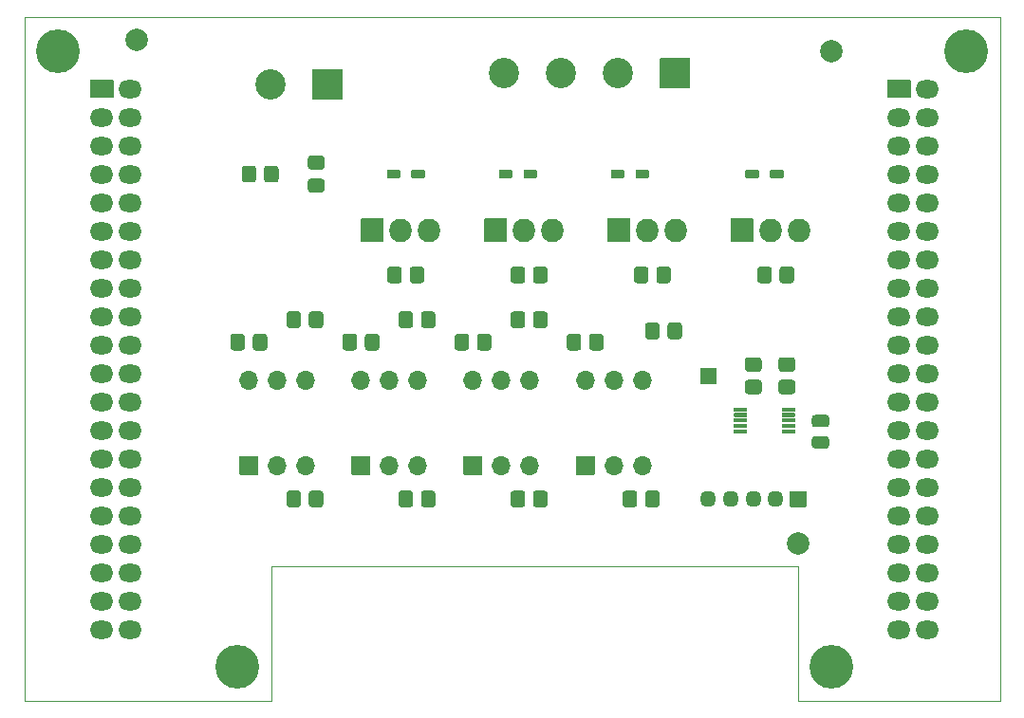
<source format=gbr>
%TF.GenerationSoftware,KiCad,Pcbnew,5.1.7-a382d34a8~87~ubuntu18.04.1*%
%TF.CreationDate,2020-10-24T22:54:41-03:00*%
%TF.ProjectId,TP-CESE,54502d43-4553-4452-9e6b-696361645f70,1*%
%TF.SameCoordinates,Original*%
%TF.FileFunction,Soldermask,Top*%
%TF.FilePolarity,Negative*%
%FSLAX46Y46*%
G04 Gerber Fmt 4.6, Leading zero omitted, Abs format (unit mm)*
G04 Created by KiCad (PCBNEW 5.1.7-a382d34a8~87~ubuntu18.04.1) date 2020-10-24 22:54:41*
%MOMM*%
%LPD*%
G01*
G04 APERTURE LIST*
%TA.AperFunction,Profile*%
%ADD10C,0.050000*%
%TD*%
%ADD11C,2.000000*%
%ADD12O,2.100000X1.624000*%
%ADD13O,1.700000X1.700000*%
%ADD14O,2.005000X2.100000*%
%ADD15C,3.900000*%
%ADD16C,2.700000*%
%ADD17O,1.450000X1.450000*%
G04 APERTURE END LIST*
D10*
X158000000Y-128000000D02*
X158000000Y-126000000D01*
X176000000Y-128000000D02*
X158000000Y-128000000D01*
X176000000Y-126000000D02*
X176000000Y-128000000D01*
X111000000Y-128000000D02*
X111000000Y-126000000D01*
X89000000Y-128000000D02*
X111000000Y-128000000D01*
X89000000Y-126000000D02*
X89000000Y-128000000D01*
X176000000Y-67000000D02*
X174000000Y-67000000D01*
X176000000Y-126000000D02*
X176000000Y-67000000D01*
X158000000Y-116000000D02*
X158000000Y-126000000D01*
X111000000Y-116000000D02*
X158000000Y-116000000D01*
X111000000Y-126000000D02*
X111000000Y-116000000D01*
X89000000Y-123000000D02*
X89000000Y-126000000D01*
X89000000Y-123000000D02*
X89000000Y-67000000D01*
X89000000Y-67000000D02*
X174000000Y-67000000D01*
D11*
%TO.C,FID3*%
X158000000Y-114000000D03*
%TD*%
%TO.C,FID2*%
X161000000Y-70000000D03*
%TD*%
%TO.C,FID1*%
X99000000Y-69000000D03*
%TD*%
%TO.C,C1*%
G36*
G01*
X159500000Y-104400000D02*
X160500000Y-104400000D01*
G75*
G02*
X160775000Y-104675000I0J-275000D01*
G01*
X160775000Y-105225000D01*
G75*
G02*
X160500000Y-105500000I-275000J0D01*
G01*
X159500000Y-105500000D01*
G75*
G02*
X159225000Y-105225000I0J275000D01*
G01*
X159225000Y-104675000D01*
G75*
G02*
X159500000Y-104400000I275000J0D01*
G01*
G37*
G36*
G01*
X159500000Y-102500000D02*
X160500000Y-102500000D01*
G75*
G02*
X160775000Y-102775000I0J-275000D01*
G01*
X160775000Y-103325000D01*
G75*
G02*
X160500000Y-103600000I-275000J0D01*
G01*
X159500000Y-103600000D01*
G75*
G02*
X159225000Y-103325000I0J275000D01*
G01*
X159225000Y-102775000D01*
G75*
G02*
X159500000Y-102500000I275000J0D01*
G01*
G37*
%TD*%
D12*
%TO.C,X1*%
X98420000Y-121660000D03*
X95880000Y-121660000D03*
X98420000Y-119120000D03*
X95880000Y-119120000D03*
X98420000Y-116580000D03*
X95880000Y-116580000D03*
X98420000Y-114040000D03*
X95880000Y-114040000D03*
X98420000Y-111500000D03*
X95880000Y-111500000D03*
X98420000Y-108960000D03*
X95880000Y-108960000D03*
X98420000Y-106420000D03*
X95880000Y-106420000D03*
X98420000Y-103880000D03*
X95880000Y-103880000D03*
X98420000Y-101340000D03*
X95880000Y-101340000D03*
X98420000Y-98800000D03*
X95880000Y-98800000D03*
X98420000Y-96260000D03*
X95880000Y-96260000D03*
X98420000Y-93720000D03*
X95880000Y-93720000D03*
X98420000Y-91180000D03*
X95880000Y-91180000D03*
X98420000Y-88640000D03*
X95880000Y-88640000D03*
X98420000Y-86100000D03*
X95880000Y-86100000D03*
X98420000Y-83560000D03*
X95880000Y-83560000D03*
X98420000Y-81020000D03*
X95880000Y-81020000D03*
X98420000Y-78480000D03*
X95880000Y-78480000D03*
X98420000Y-75940000D03*
X95880000Y-75940000D03*
X98420000Y-73400000D03*
G36*
G01*
X94880000Y-72588000D02*
X96880000Y-72588000D01*
G75*
G02*
X96930000Y-72638000I0J-50000D01*
G01*
X96930000Y-74162000D01*
G75*
G02*
X96880000Y-74212000I-50000J0D01*
G01*
X94880000Y-74212000D01*
G75*
G02*
X94830000Y-74162000I0J50000D01*
G01*
X94830000Y-72638000D01*
G75*
G02*
X94880000Y-72588000I50000J0D01*
G01*
G37*
X169540000Y-108960000D03*
X169540000Y-121660000D03*
X167000000Y-121660000D03*
X167000000Y-83560000D03*
X167000000Y-81020000D03*
X167000000Y-78480000D03*
X167000000Y-75940000D03*
X167000000Y-119120000D03*
X167000000Y-116580000D03*
X169540000Y-119120000D03*
X169540000Y-116580000D03*
X169540000Y-114040000D03*
X169540000Y-111500000D03*
X169540000Y-106420000D03*
X167000000Y-114040000D03*
X169540000Y-103880000D03*
X169540000Y-101340000D03*
X167000000Y-111500000D03*
X169540000Y-98800000D03*
X167000000Y-108960000D03*
X169540000Y-96260000D03*
X167000000Y-106420000D03*
X169540000Y-93720000D03*
X167000000Y-103880000D03*
X169540000Y-91180000D03*
X167000000Y-101340000D03*
X169540000Y-88640000D03*
X167000000Y-98800000D03*
X169540000Y-86100000D03*
X167000000Y-96260000D03*
X169540000Y-83560000D03*
X167000000Y-93720000D03*
X169540000Y-81020000D03*
X167000000Y-91180000D03*
X169540000Y-78480000D03*
X167000000Y-88640000D03*
X169540000Y-75940000D03*
X167000000Y-86100000D03*
X169540000Y-73400000D03*
G36*
G01*
X166000000Y-72588000D02*
X168000000Y-72588000D01*
G75*
G02*
X168050000Y-72638000I0J-50000D01*
G01*
X168050000Y-74162000D01*
G75*
G02*
X168000000Y-74212000I-50000J0D01*
G01*
X166000000Y-74212000D01*
G75*
G02*
X165950000Y-74162000I0J50000D01*
G01*
X165950000Y-72638000D01*
G75*
G02*
X166000000Y-72588000I50000J0D01*
G01*
G37*
%TD*%
D13*
%TO.C,U3*%
X129000000Y-99380000D03*
X134080000Y-107000000D03*
X131540000Y-99380000D03*
X131540000Y-107000000D03*
X134080000Y-99380000D03*
G36*
G01*
X129800000Y-107850000D02*
X128200000Y-107850000D01*
G75*
G02*
X128150000Y-107800000I0J50000D01*
G01*
X128150000Y-106200000D01*
G75*
G02*
X128200000Y-106150000I50000J0D01*
G01*
X129800000Y-106150000D01*
G75*
G02*
X129850000Y-106200000I0J-50000D01*
G01*
X129850000Y-107800000D01*
G75*
G02*
X129800000Y-107850000I-50000J0D01*
G01*
G37*
%TD*%
%TO.C,R12*%
G36*
G01*
X145650000Y-94520832D02*
X145650000Y-95479168D01*
G75*
G02*
X145379168Y-95750000I-270832J0D01*
G01*
X144620832Y-95750000D01*
G75*
G02*
X144350000Y-95479168I0J270832D01*
G01*
X144350000Y-94520832D01*
G75*
G02*
X144620832Y-94250000I270832J0D01*
G01*
X145379168Y-94250000D01*
G75*
G02*
X145650000Y-94520832I0J-270832D01*
G01*
G37*
G36*
G01*
X147650000Y-94520832D02*
X147650000Y-95479168D01*
G75*
G02*
X147379168Y-95750000I-270832J0D01*
G01*
X146620832Y-95750000D01*
G75*
G02*
X146350000Y-95479168I0J270832D01*
G01*
X146350000Y-94520832D01*
G75*
G02*
X146620832Y-94250000I270832J0D01*
G01*
X147379168Y-94250000D01*
G75*
G02*
X147650000Y-94520832I0J-270832D01*
G01*
G37*
%TD*%
D14*
%TO.C,Q3*%
X147080000Y-86000000D03*
X144540000Y-86000000D03*
G36*
G01*
X140997500Y-87000000D02*
X140997500Y-85000000D01*
G75*
G02*
X141047500Y-84950000I50000J0D01*
G01*
X142952500Y-84950000D01*
G75*
G02*
X143002500Y-85000000I0J-50000D01*
G01*
X143002500Y-87000000D01*
G75*
G02*
X142952500Y-87050000I-50000J0D01*
G01*
X141047500Y-87050000D01*
G75*
G02*
X140997500Y-87000000I0J50000D01*
G01*
G37*
%TD*%
%TO.C,Q2*%
X136080000Y-86000000D03*
X133540000Y-86000000D03*
G36*
G01*
X129997500Y-87000000D02*
X129997500Y-85000000D01*
G75*
G02*
X130047500Y-84950000I50000J0D01*
G01*
X131952500Y-84950000D01*
G75*
G02*
X132002500Y-85000000I0J-50000D01*
G01*
X132002500Y-87000000D01*
G75*
G02*
X131952500Y-87050000I-50000J0D01*
G01*
X130047500Y-87050000D01*
G75*
G02*
X129997500Y-87000000I0J50000D01*
G01*
G37*
%TD*%
D15*
%TO.C,H4*%
X108000000Y-125000000D03*
%TD*%
%TO.C,H3*%
X173000000Y-70000000D03*
%TD*%
%TO.C,H2*%
X161000000Y-125000000D03*
%TD*%
%TO.C,H1*%
X92000000Y-70000000D03*
%TD*%
%TO.C,J3*%
G36*
G01*
X117350000Y-71700000D02*
X117350000Y-74300000D01*
G75*
G02*
X117300000Y-74350000I-50000J0D01*
G01*
X114700000Y-74350000D01*
G75*
G02*
X114650000Y-74300000I0J50000D01*
G01*
X114650000Y-71700000D01*
G75*
G02*
X114700000Y-71650000I50000J0D01*
G01*
X117300000Y-71650000D01*
G75*
G02*
X117350000Y-71700000I0J-50000D01*
G01*
G37*
D16*
X110920000Y-73000000D03*
%TD*%
%TO.C,R19*%
G36*
G01*
X109650000Y-80520832D02*
X109650000Y-81479168D01*
G75*
G02*
X109379168Y-81750000I-270832J0D01*
G01*
X108620832Y-81750000D01*
G75*
G02*
X108350000Y-81479168I0J270832D01*
G01*
X108350000Y-80520832D01*
G75*
G02*
X108620832Y-80250000I270832J0D01*
G01*
X109379168Y-80250000D01*
G75*
G02*
X109650000Y-80520832I0J-270832D01*
G01*
G37*
G36*
G01*
X111650000Y-80520832D02*
X111650000Y-81479168D01*
G75*
G02*
X111379168Y-81750000I-270832J0D01*
G01*
X110620832Y-81750000D01*
G75*
G02*
X110350000Y-81479168I0J270832D01*
G01*
X110350000Y-80520832D01*
G75*
G02*
X110620832Y-80250000I270832J0D01*
G01*
X111379168Y-80250000D01*
G75*
G02*
X111650000Y-80520832I0J-270832D01*
G01*
G37*
%TD*%
%TO.C,D5*%
G36*
G01*
X115478262Y-80600000D02*
X114521738Y-80600000D01*
G75*
G02*
X114250000Y-80328262I0J271738D01*
G01*
X114250000Y-79621738D01*
G75*
G02*
X114521738Y-79350000I271738J0D01*
G01*
X115478262Y-79350000D01*
G75*
G02*
X115750000Y-79621738I0J-271738D01*
G01*
X115750000Y-80328262D01*
G75*
G02*
X115478262Y-80600000I-271738J0D01*
G01*
G37*
G36*
G01*
X115478262Y-82650000D02*
X114521738Y-82650000D01*
G75*
G02*
X114250000Y-82378262I0J271738D01*
G01*
X114250000Y-81671738D01*
G75*
G02*
X114521738Y-81400000I271738J0D01*
G01*
X115478262Y-81400000D01*
G75*
G02*
X115750000Y-81671738I0J-271738D01*
G01*
X115750000Y-82378262D01*
G75*
G02*
X115478262Y-82650000I-271738J0D01*
G01*
G37*
%TD*%
%TO.C,R18*%
G36*
G01*
X153520832Y-99350000D02*
X154479168Y-99350000D01*
G75*
G02*
X154750000Y-99620832I0J-270832D01*
G01*
X154750000Y-100379168D01*
G75*
G02*
X154479168Y-100650000I-270832J0D01*
G01*
X153520832Y-100650000D01*
G75*
G02*
X153250000Y-100379168I0J270832D01*
G01*
X153250000Y-99620832D01*
G75*
G02*
X153520832Y-99350000I270832J0D01*
G01*
G37*
G36*
G01*
X153520832Y-97350000D02*
X154479168Y-97350000D01*
G75*
G02*
X154750000Y-97620832I0J-270832D01*
G01*
X154750000Y-98379168D01*
G75*
G02*
X154479168Y-98650000I-270832J0D01*
G01*
X153520832Y-98650000D01*
G75*
G02*
X153250000Y-98379168I0J270832D01*
G01*
X153250000Y-97620832D01*
G75*
G02*
X153520832Y-97350000I270832J0D01*
G01*
G37*
%TD*%
%TO.C,R17*%
G36*
G01*
X157479600Y-98650000D02*
X156520400Y-98650000D01*
G75*
G02*
X156250000Y-98379600I0J270400D01*
G01*
X156250000Y-97620400D01*
G75*
G02*
X156520400Y-97350000I270400J0D01*
G01*
X157479600Y-97350000D01*
G75*
G02*
X157750000Y-97620400I0J-270400D01*
G01*
X157750000Y-98379600D01*
G75*
G02*
X157479600Y-98650000I-270400J0D01*
G01*
G37*
G36*
G01*
X157479168Y-100650000D02*
X156520832Y-100650000D01*
G75*
G02*
X156250000Y-100379168I0J270832D01*
G01*
X156250000Y-99620832D01*
G75*
G02*
X156520832Y-99350000I270832J0D01*
G01*
X157479168Y-99350000D01*
G75*
G02*
X157750000Y-99620832I0J-270832D01*
G01*
X157750000Y-100379168D01*
G75*
G02*
X157479168Y-100650000I-270832J0D01*
G01*
G37*
%TD*%
%TO.C,R16*%
G36*
G01*
X155650000Y-89520832D02*
X155650000Y-90479168D01*
G75*
G02*
X155379168Y-90750000I-270832J0D01*
G01*
X154620832Y-90750000D01*
G75*
G02*
X154350000Y-90479168I0J270832D01*
G01*
X154350000Y-89520832D01*
G75*
G02*
X154620832Y-89250000I270832J0D01*
G01*
X155379168Y-89250000D01*
G75*
G02*
X155650000Y-89520832I0J-270832D01*
G01*
G37*
G36*
G01*
X157650000Y-89520832D02*
X157650000Y-90479168D01*
G75*
G02*
X157379168Y-90750000I-270832J0D01*
G01*
X156620832Y-90750000D01*
G75*
G02*
X156350000Y-90479168I0J270832D01*
G01*
X156350000Y-89520832D01*
G75*
G02*
X156620832Y-89250000I270832J0D01*
G01*
X157379168Y-89250000D01*
G75*
G02*
X157650000Y-89520832I0J-270832D01*
G01*
G37*
%TD*%
%TO.C,R15*%
G36*
G01*
X144650000Y-89520832D02*
X144650000Y-90479168D01*
G75*
G02*
X144379168Y-90750000I-270832J0D01*
G01*
X143620832Y-90750000D01*
G75*
G02*
X143350000Y-90479168I0J270832D01*
G01*
X143350000Y-89520832D01*
G75*
G02*
X143620832Y-89250000I270832J0D01*
G01*
X144379168Y-89250000D01*
G75*
G02*
X144650000Y-89520832I0J-270832D01*
G01*
G37*
G36*
G01*
X146650000Y-89520832D02*
X146650000Y-90479168D01*
G75*
G02*
X146379168Y-90750000I-270832J0D01*
G01*
X145620832Y-90750000D01*
G75*
G02*
X145350000Y-90479168I0J270832D01*
G01*
X145350000Y-89520832D01*
G75*
G02*
X145620832Y-89250000I270832J0D01*
G01*
X146379168Y-89250000D01*
G75*
G02*
X146650000Y-89520832I0J-270832D01*
G01*
G37*
%TD*%
%TO.C,R14*%
G36*
G01*
X133650000Y-89520832D02*
X133650000Y-90479168D01*
G75*
G02*
X133379168Y-90750000I-270832J0D01*
G01*
X132620832Y-90750000D01*
G75*
G02*
X132350000Y-90479168I0J270832D01*
G01*
X132350000Y-89520832D01*
G75*
G02*
X132620832Y-89250000I270832J0D01*
G01*
X133379168Y-89250000D01*
G75*
G02*
X133650000Y-89520832I0J-270832D01*
G01*
G37*
G36*
G01*
X135650000Y-89520832D02*
X135650000Y-90479168D01*
G75*
G02*
X135379168Y-90750000I-270832J0D01*
G01*
X134620832Y-90750000D01*
G75*
G02*
X134350000Y-90479168I0J270832D01*
G01*
X134350000Y-89520832D01*
G75*
G02*
X134620832Y-89250000I270832J0D01*
G01*
X135379168Y-89250000D01*
G75*
G02*
X135650000Y-89520832I0J-270832D01*
G01*
G37*
%TD*%
%TO.C,R13*%
G36*
G01*
X122650000Y-89520832D02*
X122650000Y-90479168D01*
G75*
G02*
X122379168Y-90750000I-270832J0D01*
G01*
X121620832Y-90750000D01*
G75*
G02*
X121350000Y-90479168I0J270832D01*
G01*
X121350000Y-89520832D01*
G75*
G02*
X121620832Y-89250000I270832J0D01*
G01*
X122379168Y-89250000D01*
G75*
G02*
X122650000Y-89520832I0J-270832D01*
G01*
G37*
G36*
G01*
X124650000Y-89520832D02*
X124650000Y-90479168D01*
G75*
G02*
X124379168Y-90750000I-270832J0D01*
G01*
X123620832Y-90750000D01*
G75*
G02*
X123350000Y-90479168I0J270832D01*
G01*
X123350000Y-89520832D01*
G75*
G02*
X123620832Y-89250000I270832J0D01*
G01*
X124379168Y-89250000D01*
G75*
G02*
X124650000Y-89520832I0J-270832D01*
G01*
G37*
%TD*%
%TO.C,R11*%
G36*
G01*
X133650000Y-93520832D02*
X133650000Y-94479168D01*
G75*
G02*
X133379168Y-94750000I-270832J0D01*
G01*
X132620832Y-94750000D01*
G75*
G02*
X132350000Y-94479168I0J270832D01*
G01*
X132350000Y-93520832D01*
G75*
G02*
X132620832Y-93250000I270832J0D01*
G01*
X133379168Y-93250000D01*
G75*
G02*
X133650000Y-93520832I0J-270832D01*
G01*
G37*
G36*
G01*
X135650000Y-93520832D02*
X135650000Y-94479168D01*
G75*
G02*
X135379168Y-94750000I-270832J0D01*
G01*
X134620832Y-94750000D01*
G75*
G02*
X134350000Y-94479168I0J270832D01*
G01*
X134350000Y-93520832D01*
G75*
G02*
X134620832Y-93250000I270832J0D01*
G01*
X135379168Y-93250000D01*
G75*
G02*
X135650000Y-93520832I0J-270832D01*
G01*
G37*
%TD*%
%TO.C,R10*%
G36*
G01*
X123650000Y-93520832D02*
X123650000Y-94479168D01*
G75*
G02*
X123379168Y-94750000I-270832J0D01*
G01*
X122620832Y-94750000D01*
G75*
G02*
X122350000Y-94479168I0J270832D01*
G01*
X122350000Y-93520832D01*
G75*
G02*
X122620832Y-93250000I270832J0D01*
G01*
X123379168Y-93250000D01*
G75*
G02*
X123650000Y-93520832I0J-270832D01*
G01*
G37*
G36*
G01*
X125650000Y-93520832D02*
X125650000Y-94479168D01*
G75*
G02*
X125379168Y-94750000I-270832J0D01*
G01*
X124620832Y-94750000D01*
G75*
G02*
X124350000Y-94479168I0J270832D01*
G01*
X124350000Y-93520832D01*
G75*
G02*
X124620832Y-93250000I270832J0D01*
G01*
X125379168Y-93250000D01*
G75*
G02*
X125650000Y-93520832I0J-270832D01*
G01*
G37*
%TD*%
%TO.C,R9*%
G36*
G01*
X113650000Y-93520832D02*
X113650000Y-94479168D01*
G75*
G02*
X113379168Y-94750000I-270832J0D01*
G01*
X112620832Y-94750000D01*
G75*
G02*
X112350000Y-94479168I0J270832D01*
G01*
X112350000Y-93520832D01*
G75*
G02*
X112620832Y-93250000I270832J0D01*
G01*
X113379168Y-93250000D01*
G75*
G02*
X113650000Y-93520832I0J-270832D01*
G01*
G37*
G36*
G01*
X115650000Y-93520832D02*
X115650000Y-94479168D01*
G75*
G02*
X115379168Y-94750000I-270832J0D01*
G01*
X114620832Y-94750000D01*
G75*
G02*
X114350000Y-94479168I0J270832D01*
G01*
X114350000Y-93520832D01*
G75*
G02*
X114620832Y-93250000I270832J0D01*
G01*
X115379168Y-93250000D01*
G75*
G02*
X115650000Y-93520832I0J-270832D01*
G01*
G37*
%TD*%
%TO.C,R8*%
G36*
G01*
X139350000Y-96479168D02*
X139350000Y-95520832D01*
G75*
G02*
X139620832Y-95250000I270832J0D01*
G01*
X140379168Y-95250000D01*
G75*
G02*
X140650000Y-95520832I0J-270832D01*
G01*
X140650000Y-96479168D01*
G75*
G02*
X140379168Y-96750000I-270832J0D01*
G01*
X139620832Y-96750000D01*
G75*
G02*
X139350000Y-96479168I0J270832D01*
G01*
G37*
G36*
G01*
X137350000Y-96479168D02*
X137350000Y-95520832D01*
G75*
G02*
X137620832Y-95250000I270832J0D01*
G01*
X138379168Y-95250000D01*
G75*
G02*
X138650000Y-95520832I0J-270832D01*
G01*
X138650000Y-96479168D01*
G75*
G02*
X138379168Y-96750000I-270832J0D01*
G01*
X137620832Y-96750000D01*
G75*
G02*
X137350000Y-96479168I0J270832D01*
G01*
G37*
%TD*%
%TO.C,R7*%
G36*
G01*
X129350000Y-96479168D02*
X129350000Y-95520832D01*
G75*
G02*
X129620832Y-95250000I270832J0D01*
G01*
X130379168Y-95250000D01*
G75*
G02*
X130650000Y-95520832I0J-270832D01*
G01*
X130650000Y-96479168D01*
G75*
G02*
X130379168Y-96750000I-270832J0D01*
G01*
X129620832Y-96750000D01*
G75*
G02*
X129350000Y-96479168I0J270832D01*
G01*
G37*
G36*
G01*
X127350000Y-96479168D02*
X127350000Y-95520832D01*
G75*
G02*
X127620832Y-95250000I270832J0D01*
G01*
X128379168Y-95250000D01*
G75*
G02*
X128650000Y-95520832I0J-270832D01*
G01*
X128650000Y-96479168D01*
G75*
G02*
X128379168Y-96750000I-270832J0D01*
G01*
X127620832Y-96750000D01*
G75*
G02*
X127350000Y-96479168I0J270832D01*
G01*
G37*
%TD*%
%TO.C,R6*%
G36*
G01*
X119350000Y-96479168D02*
X119350000Y-95520832D01*
G75*
G02*
X119620832Y-95250000I270832J0D01*
G01*
X120379168Y-95250000D01*
G75*
G02*
X120650000Y-95520832I0J-270832D01*
G01*
X120650000Y-96479168D01*
G75*
G02*
X120379168Y-96750000I-270832J0D01*
G01*
X119620832Y-96750000D01*
G75*
G02*
X119350000Y-96479168I0J270832D01*
G01*
G37*
G36*
G01*
X117350000Y-96479168D02*
X117350000Y-95520832D01*
G75*
G02*
X117620832Y-95250000I270832J0D01*
G01*
X118379168Y-95250000D01*
G75*
G02*
X118650000Y-95520832I0J-270832D01*
G01*
X118650000Y-96479168D01*
G75*
G02*
X118379168Y-96750000I-270832J0D01*
G01*
X117620832Y-96750000D01*
G75*
G02*
X117350000Y-96479168I0J270832D01*
G01*
G37*
%TD*%
%TO.C,R5*%
G36*
G01*
X109350000Y-96479168D02*
X109350000Y-95520832D01*
G75*
G02*
X109620832Y-95250000I270832J0D01*
G01*
X110379168Y-95250000D01*
G75*
G02*
X110650000Y-95520832I0J-270832D01*
G01*
X110650000Y-96479168D01*
G75*
G02*
X110379168Y-96750000I-270832J0D01*
G01*
X109620832Y-96750000D01*
G75*
G02*
X109350000Y-96479168I0J270832D01*
G01*
G37*
G36*
G01*
X107350000Y-96479168D02*
X107350000Y-95520832D01*
G75*
G02*
X107620832Y-95250000I270832J0D01*
G01*
X108379168Y-95250000D01*
G75*
G02*
X108650000Y-95520832I0J-270832D01*
G01*
X108650000Y-96479168D01*
G75*
G02*
X108379168Y-96750000I-270832J0D01*
G01*
X107620832Y-96750000D01*
G75*
G02*
X107350000Y-96479168I0J270832D01*
G01*
G37*
%TD*%
%TO.C,R4*%
G36*
G01*
X144350000Y-110479168D02*
X144350000Y-109520832D01*
G75*
G02*
X144620832Y-109250000I270832J0D01*
G01*
X145379168Y-109250000D01*
G75*
G02*
X145650000Y-109520832I0J-270832D01*
G01*
X145650000Y-110479168D01*
G75*
G02*
X145379168Y-110750000I-270832J0D01*
G01*
X144620832Y-110750000D01*
G75*
G02*
X144350000Y-110479168I0J270832D01*
G01*
G37*
G36*
G01*
X142350000Y-110479168D02*
X142350000Y-109520832D01*
G75*
G02*
X142620832Y-109250000I270832J0D01*
G01*
X143379168Y-109250000D01*
G75*
G02*
X143650000Y-109520832I0J-270832D01*
G01*
X143650000Y-110479168D01*
G75*
G02*
X143379168Y-110750000I-270832J0D01*
G01*
X142620832Y-110750000D01*
G75*
G02*
X142350000Y-110479168I0J270832D01*
G01*
G37*
%TD*%
%TO.C,R3*%
G36*
G01*
X134350000Y-110479168D02*
X134350000Y-109520832D01*
G75*
G02*
X134620832Y-109250000I270832J0D01*
G01*
X135379168Y-109250000D01*
G75*
G02*
X135650000Y-109520832I0J-270832D01*
G01*
X135650000Y-110479168D01*
G75*
G02*
X135379168Y-110750000I-270832J0D01*
G01*
X134620832Y-110750000D01*
G75*
G02*
X134350000Y-110479168I0J270832D01*
G01*
G37*
G36*
G01*
X132350000Y-110479168D02*
X132350000Y-109520832D01*
G75*
G02*
X132620832Y-109250000I270832J0D01*
G01*
X133379168Y-109250000D01*
G75*
G02*
X133650000Y-109520832I0J-270832D01*
G01*
X133650000Y-110479168D01*
G75*
G02*
X133379168Y-110750000I-270832J0D01*
G01*
X132620832Y-110750000D01*
G75*
G02*
X132350000Y-110479168I0J270832D01*
G01*
G37*
%TD*%
%TO.C,R2*%
G36*
G01*
X124350000Y-110479168D02*
X124350000Y-109520832D01*
G75*
G02*
X124620832Y-109250000I270832J0D01*
G01*
X125379168Y-109250000D01*
G75*
G02*
X125650000Y-109520832I0J-270832D01*
G01*
X125650000Y-110479168D01*
G75*
G02*
X125379168Y-110750000I-270832J0D01*
G01*
X124620832Y-110750000D01*
G75*
G02*
X124350000Y-110479168I0J270832D01*
G01*
G37*
G36*
G01*
X122350000Y-110479168D02*
X122350000Y-109520832D01*
G75*
G02*
X122620832Y-109250000I270832J0D01*
G01*
X123379168Y-109250000D01*
G75*
G02*
X123650000Y-109520832I0J-270832D01*
G01*
X123650000Y-110479168D01*
G75*
G02*
X123379168Y-110750000I-270832J0D01*
G01*
X122620832Y-110750000D01*
G75*
G02*
X122350000Y-110479168I0J270832D01*
G01*
G37*
%TD*%
%TO.C,R1*%
G36*
G01*
X114350000Y-110479168D02*
X114350000Y-109520832D01*
G75*
G02*
X114620832Y-109250000I270832J0D01*
G01*
X115379168Y-109250000D01*
G75*
G02*
X115650000Y-109520832I0J-270832D01*
G01*
X115650000Y-110479168D01*
G75*
G02*
X115379168Y-110750000I-270832J0D01*
G01*
X114620832Y-110750000D01*
G75*
G02*
X114350000Y-110479168I0J270832D01*
G01*
G37*
G36*
G01*
X112350000Y-110479168D02*
X112350000Y-109520832D01*
G75*
G02*
X112620832Y-109250000I270832J0D01*
G01*
X113379168Y-109250000D01*
G75*
G02*
X113650000Y-109520832I0J-270832D01*
G01*
X113650000Y-110479168D01*
G75*
G02*
X113379168Y-110750000I-270832J0D01*
G01*
X112620832Y-110750000D01*
G75*
G02*
X112350000Y-110479168I0J270832D01*
G01*
G37*
%TD*%
%TO.C,D4*%
G36*
G01*
X153300000Y-81300000D02*
X153300000Y-80700000D01*
G75*
G02*
X153350000Y-80650000I50000J0D01*
G01*
X154450000Y-80650000D01*
G75*
G02*
X154500000Y-80700000I0J-50000D01*
G01*
X154500000Y-81300000D01*
G75*
G02*
X154450000Y-81350000I-50000J0D01*
G01*
X153350000Y-81350000D01*
G75*
G02*
X153300000Y-81300000I0J50000D01*
G01*
G37*
G36*
G01*
X155500000Y-81300000D02*
X155500000Y-80700000D01*
G75*
G02*
X155550000Y-80650000I50000J0D01*
G01*
X156650000Y-80650000D01*
G75*
G02*
X156700000Y-80700000I0J-50000D01*
G01*
X156700000Y-81300000D01*
G75*
G02*
X156650000Y-81350000I-50000J0D01*
G01*
X155550000Y-81350000D01*
G75*
G02*
X155500000Y-81300000I0J50000D01*
G01*
G37*
%TD*%
%TO.C,D3*%
G36*
G01*
X141300000Y-81300000D02*
X141300000Y-80700000D01*
G75*
G02*
X141350000Y-80650000I50000J0D01*
G01*
X142450000Y-80650000D01*
G75*
G02*
X142500000Y-80700000I0J-50000D01*
G01*
X142500000Y-81300000D01*
G75*
G02*
X142450000Y-81350000I-50000J0D01*
G01*
X141350000Y-81350000D01*
G75*
G02*
X141300000Y-81300000I0J50000D01*
G01*
G37*
G36*
G01*
X143500000Y-81300000D02*
X143500000Y-80700000D01*
G75*
G02*
X143550000Y-80650000I50000J0D01*
G01*
X144650000Y-80650000D01*
G75*
G02*
X144700000Y-80700000I0J-50000D01*
G01*
X144700000Y-81300000D01*
G75*
G02*
X144650000Y-81350000I-50000J0D01*
G01*
X143550000Y-81350000D01*
G75*
G02*
X143500000Y-81300000I0J50000D01*
G01*
G37*
%TD*%
%TO.C,D2*%
G36*
G01*
X131300000Y-81300000D02*
X131300000Y-80700000D01*
G75*
G02*
X131350000Y-80650000I50000J0D01*
G01*
X132450000Y-80650000D01*
G75*
G02*
X132500000Y-80700000I0J-50000D01*
G01*
X132500000Y-81300000D01*
G75*
G02*
X132450000Y-81350000I-50000J0D01*
G01*
X131350000Y-81350000D01*
G75*
G02*
X131300000Y-81300000I0J50000D01*
G01*
G37*
G36*
G01*
X133500000Y-81300000D02*
X133500000Y-80700000D01*
G75*
G02*
X133550000Y-80650000I50000J0D01*
G01*
X134650000Y-80650000D01*
G75*
G02*
X134700000Y-80700000I0J-50000D01*
G01*
X134700000Y-81300000D01*
G75*
G02*
X134650000Y-81350000I-50000J0D01*
G01*
X133550000Y-81350000D01*
G75*
G02*
X133500000Y-81300000I0J50000D01*
G01*
G37*
%TD*%
%TO.C,D1*%
G36*
G01*
X121300000Y-81300000D02*
X121300000Y-80700000D01*
G75*
G02*
X121350000Y-80650000I50000J0D01*
G01*
X122450000Y-80650000D01*
G75*
G02*
X122500000Y-80700000I0J-50000D01*
G01*
X122500000Y-81300000D01*
G75*
G02*
X122450000Y-81350000I-50000J0D01*
G01*
X121350000Y-81350000D01*
G75*
G02*
X121300000Y-81300000I0J50000D01*
G01*
G37*
G36*
G01*
X123500000Y-81300000D02*
X123500000Y-80700000D01*
G75*
G02*
X123550000Y-80650000I50000J0D01*
G01*
X124650000Y-80650000D01*
G75*
G02*
X124700000Y-80700000I0J-50000D01*
G01*
X124700000Y-81300000D01*
G75*
G02*
X124650000Y-81350000I-50000J0D01*
G01*
X123550000Y-81350000D01*
G75*
G02*
X123500000Y-81300000I0J50000D01*
G01*
G37*
%TD*%
D14*
%TO.C,Q4*%
X158080000Y-86000000D03*
X155540000Y-86000000D03*
G36*
G01*
X151997500Y-87000000D02*
X151997500Y-85000000D01*
G75*
G02*
X152047500Y-84950000I50000J0D01*
G01*
X153952500Y-84950000D01*
G75*
G02*
X154002500Y-85000000I0J-50000D01*
G01*
X154002500Y-87000000D01*
G75*
G02*
X153952500Y-87050000I-50000J0D01*
G01*
X152047500Y-87050000D01*
G75*
G02*
X151997500Y-87000000I0J50000D01*
G01*
G37*
%TD*%
%TO.C,Q1*%
X125080000Y-86000000D03*
X122540000Y-86000000D03*
G36*
G01*
X118997500Y-87000000D02*
X118997500Y-85000000D01*
G75*
G02*
X119047500Y-84950000I50000J0D01*
G01*
X120952500Y-84950000D01*
G75*
G02*
X121002500Y-85000000I0J-50000D01*
G01*
X121002500Y-87000000D01*
G75*
G02*
X120952500Y-87050000I-50000J0D01*
G01*
X119047500Y-87050000D01*
G75*
G02*
X118997500Y-87000000I0J50000D01*
G01*
G37*
%TD*%
D13*
%TO.C,U4*%
X139000000Y-99380000D03*
X144080000Y-107000000D03*
X141540000Y-99380000D03*
X141540000Y-107000000D03*
X144080000Y-99380000D03*
G36*
G01*
X139800000Y-107850000D02*
X138200000Y-107850000D01*
G75*
G02*
X138150000Y-107800000I0J50000D01*
G01*
X138150000Y-106200000D01*
G75*
G02*
X138200000Y-106150000I50000J0D01*
G01*
X139800000Y-106150000D01*
G75*
G02*
X139850000Y-106200000I0J-50000D01*
G01*
X139850000Y-107800000D01*
G75*
G02*
X139800000Y-107850000I-50000J0D01*
G01*
G37*
%TD*%
%TO.C,U2*%
X119000000Y-99380000D03*
X124080000Y-107000000D03*
X121540000Y-99380000D03*
X121540000Y-107000000D03*
X124080000Y-99380000D03*
G36*
G01*
X119800000Y-107850000D02*
X118200000Y-107850000D01*
G75*
G02*
X118150000Y-107800000I0J50000D01*
G01*
X118150000Y-106200000D01*
G75*
G02*
X118200000Y-106150000I50000J0D01*
G01*
X119800000Y-106150000D01*
G75*
G02*
X119850000Y-106200000I0J-50000D01*
G01*
X119850000Y-107800000D01*
G75*
G02*
X119800000Y-107850000I-50000J0D01*
G01*
G37*
%TD*%
%TO.C,U1*%
X109000000Y-99380000D03*
X114080000Y-107000000D03*
X111540000Y-99380000D03*
X111540000Y-107000000D03*
X114080000Y-99380000D03*
G36*
G01*
X109800000Y-107850000D02*
X108200000Y-107850000D01*
G75*
G02*
X108150000Y-107800000I0J50000D01*
G01*
X108150000Y-106200000D01*
G75*
G02*
X108200000Y-106150000I50000J0D01*
G01*
X109800000Y-106150000D01*
G75*
G02*
X109850000Y-106200000I0J-50000D01*
G01*
X109850000Y-107800000D01*
G75*
G02*
X109800000Y-107850000I-50000J0D01*
G01*
G37*
%TD*%
D17*
%TO.C,J4*%
X150000000Y-110000000D03*
X152000000Y-110000000D03*
X154000000Y-110000000D03*
X156000000Y-110000000D03*
G36*
G01*
X157325000Y-109275000D02*
X158675000Y-109275000D01*
G75*
G02*
X158725000Y-109325000I0J-50000D01*
G01*
X158725000Y-110675000D01*
G75*
G02*
X158675000Y-110725000I-50000J0D01*
G01*
X157325000Y-110725000D01*
G75*
G02*
X157275000Y-110675000I0J50000D01*
G01*
X157275000Y-109325000D01*
G75*
G02*
X157325000Y-109275000I50000J0D01*
G01*
G37*
%TD*%
%TO.C,J1*%
G36*
G01*
X148350000Y-70700000D02*
X148350000Y-73300000D01*
G75*
G02*
X148300000Y-73350000I-50000J0D01*
G01*
X145700000Y-73350000D01*
G75*
G02*
X145650000Y-73300000I0J50000D01*
G01*
X145650000Y-70700000D01*
G75*
G02*
X145700000Y-70650000I50000J0D01*
G01*
X148300000Y-70650000D01*
G75*
G02*
X148350000Y-70700000I0J-50000D01*
G01*
G37*
D16*
X141920000Y-72000000D03*
X136840000Y-72000000D03*
X131760000Y-72000000D03*
%TD*%
%TO.C,J5*%
G36*
G01*
X149275000Y-99675000D02*
X149275000Y-98325000D01*
G75*
G02*
X149325000Y-98275000I50000J0D01*
G01*
X150675000Y-98275000D01*
G75*
G02*
X150725000Y-98325000I0J-50000D01*
G01*
X150725000Y-99675000D01*
G75*
G02*
X150675000Y-99725000I-50000J0D01*
G01*
X149325000Y-99725000D01*
G75*
G02*
X149275000Y-99675000I0J50000D01*
G01*
G37*
%TD*%
%TO.C,U5*%
G36*
G01*
X152250000Y-102125000D02*
X152250000Y-101875000D01*
G75*
G02*
X152300000Y-101825000I50000J0D01*
G01*
X153400000Y-101825000D01*
G75*
G02*
X153450000Y-101875000I0J-50000D01*
G01*
X153450000Y-102125000D01*
G75*
G02*
X153400000Y-102175000I-50000J0D01*
G01*
X152300000Y-102175000D01*
G75*
G02*
X152250000Y-102125000I0J50000D01*
G01*
G37*
G36*
G01*
X152250000Y-102625000D02*
X152250000Y-102375000D01*
G75*
G02*
X152300000Y-102325000I50000J0D01*
G01*
X153400000Y-102325000D01*
G75*
G02*
X153450000Y-102375000I0J-50000D01*
G01*
X153450000Y-102625000D01*
G75*
G02*
X153400000Y-102675000I-50000J0D01*
G01*
X152300000Y-102675000D01*
G75*
G02*
X152250000Y-102625000I0J50000D01*
G01*
G37*
G36*
G01*
X152250000Y-103125000D02*
X152250000Y-102875000D01*
G75*
G02*
X152300000Y-102825000I50000J0D01*
G01*
X153400000Y-102825000D01*
G75*
G02*
X153450000Y-102875000I0J-50000D01*
G01*
X153450000Y-103125000D01*
G75*
G02*
X153400000Y-103175000I-50000J0D01*
G01*
X152300000Y-103175000D01*
G75*
G02*
X152250000Y-103125000I0J50000D01*
G01*
G37*
G36*
G01*
X152250000Y-103625000D02*
X152250000Y-103375000D01*
G75*
G02*
X152300000Y-103325000I50000J0D01*
G01*
X153400000Y-103325000D01*
G75*
G02*
X153450000Y-103375000I0J-50000D01*
G01*
X153450000Y-103625000D01*
G75*
G02*
X153400000Y-103675000I-50000J0D01*
G01*
X152300000Y-103675000D01*
G75*
G02*
X152250000Y-103625000I0J50000D01*
G01*
G37*
G36*
G01*
X152250000Y-104125000D02*
X152250000Y-103875000D01*
G75*
G02*
X152300000Y-103825000I50000J0D01*
G01*
X153400000Y-103825000D01*
G75*
G02*
X153450000Y-103875000I0J-50000D01*
G01*
X153450000Y-104125000D01*
G75*
G02*
X153400000Y-104175000I-50000J0D01*
G01*
X152300000Y-104175000D01*
G75*
G02*
X152250000Y-104125000I0J50000D01*
G01*
G37*
G36*
G01*
X156550000Y-104125000D02*
X156550000Y-103875000D01*
G75*
G02*
X156600000Y-103825000I50000J0D01*
G01*
X157700000Y-103825000D01*
G75*
G02*
X157750000Y-103875000I0J-50000D01*
G01*
X157750000Y-104125000D01*
G75*
G02*
X157700000Y-104175000I-50000J0D01*
G01*
X156600000Y-104175000D01*
G75*
G02*
X156550000Y-104125000I0J50000D01*
G01*
G37*
G36*
G01*
X156550000Y-103625000D02*
X156550000Y-103375000D01*
G75*
G02*
X156600000Y-103325000I50000J0D01*
G01*
X157700000Y-103325000D01*
G75*
G02*
X157750000Y-103375000I0J-50000D01*
G01*
X157750000Y-103625000D01*
G75*
G02*
X157700000Y-103675000I-50000J0D01*
G01*
X156600000Y-103675000D01*
G75*
G02*
X156550000Y-103625000I0J50000D01*
G01*
G37*
G36*
G01*
X156550000Y-103125000D02*
X156550000Y-102875000D01*
G75*
G02*
X156600000Y-102825000I50000J0D01*
G01*
X157700000Y-102825000D01*
G75*
G02*
X157750000Y-102875000I0J-50000D01*
G01*
X157750000Y-103125000D01*
G75*
G02*
X157700000Y-103175000I-50000J0D01*
G01*
X156600000Y-103175000D01*
G75*
G02*
X156550000Y-103125000I0J50000D01*
G01*
G37*
G36*
G01*
X156550000Y-102625000D02*
X156550000Y-102375000D01*
G75*
G02*
X156600000Y-102325000I50000J0D01*
G01*
X157700000Y-102325000D01*
G75*
G02*
X157750000Y-102375000I0J-50000D01*
G01*
X157750000Y-102625000D01*
G75*
G02*
X157700000Y-102675000I-50000J0D01*
G01*
X156600000Y-102675000D01*
G75*
G02*
X156550000Y-102625000I0J50000D01*
G01*
G37*
G36*
G01*
X156550000Y-102125000D02*
X156550000Y-101875000D01*
G75*
G02*
X156600000Y-101825000I50000J0D01*
G01*
X157700000Y-101825000D01*
G75*
G02*
X157750000Y-101875000I0J-50000D01*
G01*
X157750000Y-102125000D01*
G75*
G02*
X157700000Y-102175000I-50000J0D01*
G01*
X156600000Y-102175000D01*
G75*
G02*
X156550000Y-102125000I0J50000D01*
G01*
G37*
%TD*%
M02*

</source>
